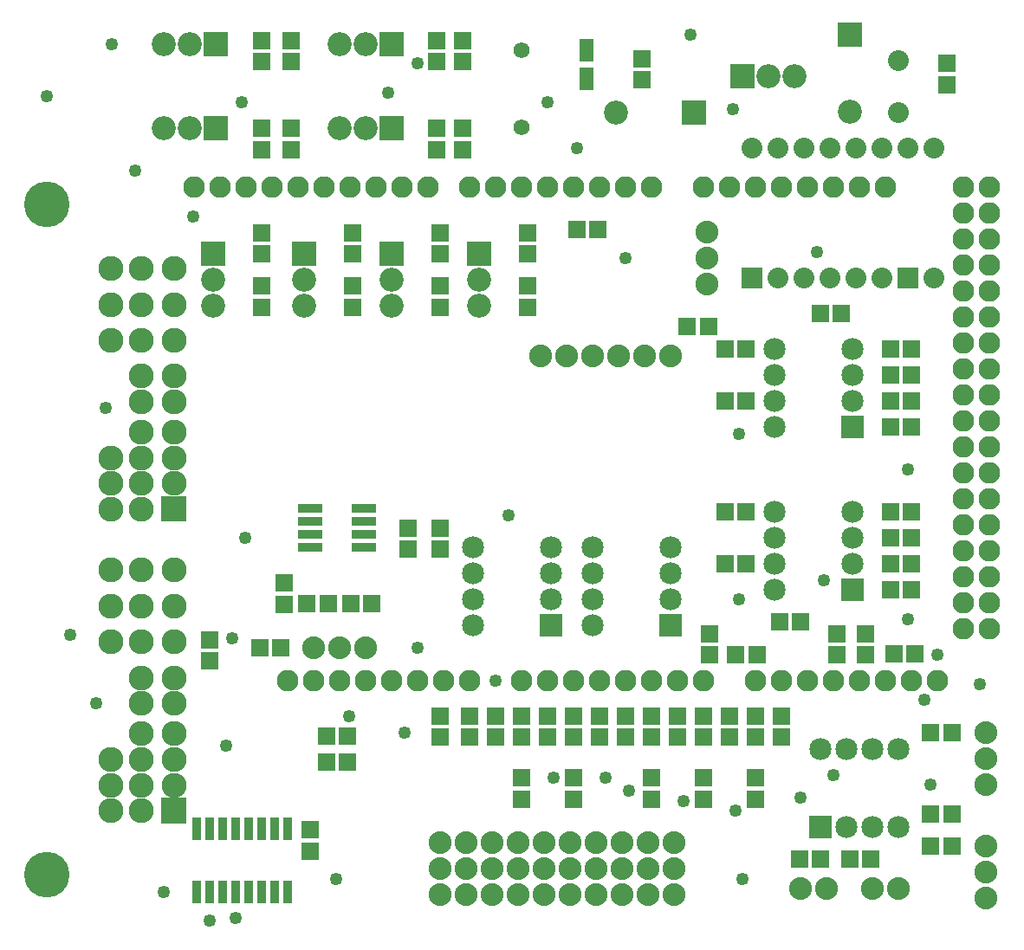
<source format=gts>
G04 MADE WITH FRITZING*
G04 WWW.FRITZING.ORG*
G04 DOUBLE SIDED*
G04 HOLES PLATED*
G04 CONTOUR ON CENTER OF CONTOUR VECTOR*
%ASAXBY*%
%FSLAX23Y23*%
%MOIN*%
%OFA0B0*%
%SFA1.0B1.0*%
%ADD10C,0.088000*%
%ADD11C,0.049370*%
%ADD12C,0.085000*%
%ADD13C,0.092000*%
%ADD14C,0.080000*%
%ADD15C,0.096603*%
%ADD16C,0.175354*%
%ADD17C,0.082917*%
%ADD18C,0.061496*%
%ADD19R,0.085000X0.085000*%
%ADD20R,0.092000X0.092000*%
%ADD21R,0.069055X0.065118*%
%ADD22R,0.036000X0.090000*%
%ADD23R,0.057244X0.088740*%
%ADD24R,0.097000X0.034000*%
%ADD25R,0.065118X0.069055*%
%ADD26R,0.080000X0.080000*%
%ADD27R,0.001000X0.001000*%
%LNMASK1*%
G90*
G70*
G54D10*
X2542Y2374D03*
X2442Y2374D03*
X2342Y2374D03*
X2242Y2374D03*
X2142Y2374D03*
X2042Y2374D03*
G54D11*
X1917Y1761D03*
X2805Y1436D03*
G54D12*
X2080Y1336D03*
X1780Y1336D03*
X2080Y1436D03*
X1780Y1436D03*
X2080Y1536D03*
X1780Y1536D03*
X2080Y1636D03*
X1780Y1636D03*
X2542Y1336D03*
X2242Y1336D03*
X2542Y1436D03*
X2242Y1436D03*
X2542Y1536D03*
X2242Y1536D03*
X2542Y1636D03*
X2242Y1636D03*
G54D13*
X2817Y3449D03*
X2917Y3449D03*
X3017Y3449D03*
G54D11*
X2780Y3324D03*
X2617Y3611D03*
G54D12*
X3242Y1474D03*
X2942Y1474D03*
X3242Y1574D03*
X2942Y1574D03*
X3242Y1674D03*
X2942Y1674D03*
X3242Y1774D03*
X2942Y1774D03*
X3242Y2099D03*
X2942Y2099D03*
X3242Y2199D03*
X2942Y2199D03*
X3242Y2299D03*
X2942Y2299D03*
X3242Y2399D03*
X2942Y2399D03*
G54D14*
X3417Y3511D03*
X3417Y3311D03*
G54D10*
X2455Y299D03*
X2355Y299D03*
X2255Y299D03*
X2155Y299D03*
X2055Y299D03*
X1955Y299D03*
X1855Y299D03*
X1755Y299D03*
X2455Y399D03*
X2355Y399D03*
X2255Y399D03*
X2155Y399D03*
X2055Y399D03*
X1955Y399D03*
X1855Y399D03*
X1755Y399D03*
X2455Y499D03*
X2355Y499D03*
X2255Y499D03*
X2155Y499D03*
X2055Y499D03*
X1955Y499D03*
X1855Y499D03*
X1755Y499D03*
X1655Y499D03*
X1655Y399D03*
X1655Y299D03*
X2555Y499D03*
X2555Y399D03*
X2555Y299D03*
G54D11*
X855Y1286D03*
X767Y199D03*
X867Y211D03*
X2817Y361D03*
X367Y2174D03*
X230Y1299D03*
X830Y874D03*
X3730Y1111D03*
X3167Y761D03*
X3455Y1361D03*
X592Y311D03*
X1255Y361D03*
X3455Y1936D03*
X1867Y1124D03*
X2067Y3349D03*
X2180Y3174D03*
X1567Y1249D03*
X1305Y986D03*
X1517Y924D03*
X2092Y749D03*
X2792Y624D03*
X330Y1036D03*
X3105Y2774D03*
X905Y1674D03*
X480Y3086D03*
X2380Y699D03*
X2592Y661D03*
G54D15*
X630Y2572D03*
X630Y2434D03*
X630Y2297D03*
X630Y2198D03*
X630Y2080D03*
X630Y1982D03*
X630Y1883D03*
X630Y1785D03*
X630Y1411D03*
X630Y1273D03*
X630Y1135D03*
X630Y1037D03*
X630Y919D03*
X630Y820D03*
X630Y722D03*
X630Y623D03*
X504Y2710D03*
X504Y2572D03*
X504Y2434D03*
X504Y2297D03*
X504Y2198D03*
X504Y2080D03*
X504Y1982D03*
X504Y1883D03*
X504Y1785D03*
X504Y1549D03*
X504Y1411D03*
X504Y1273D03*
X504Y1135D03*
X504Y1037D03*
X504Y919D03*
X504Y820D03*
X504Y722D03*
X504Y623D03*
X386Y2710D03*
X386Y2572D03*
X386Y2434D03*
X386Y1982D03*
X386Y1883D03*
X386Y1785D03*
X386Y1549D03*
X386Y1411D03*
X386Y1273D03*
X386Y820D03*
X386Y722D03*
X386Y623D03*
X630Y1549D03*
X630Y2710D03*
G54D16*
X142Y2958D03*
X142Y376D03*
G54D11*
X3042Y674D03*
X3567Y1224D03*
X2805Y2074D03*
X1567Y3499D03*
X3542Y724D03*
X3517Y1049D03*
X2367Y2749D03*
X1455Y3386D03*
X392Y3574D03*
X2292Y749D03*
X892Y3349D03*
X705Y2911D03*
G54D14*
X3555Y3174D03*
X3555Y2674D03*
X3455Y3174D03*
X3455Y2674D03*
X3355Y3174D03*
X3355Y2674D03*
X3255Y3174D03*
X3255Y2674D03*
X3155Y3174D03*
X3155Y2674D03*
X3055Y3174D03*
X3055Y2674D03*
X2955Y3174D03*
X2955Y2674D03*
X2855Y3174D03*
X2855Y2674D03*
G54D11*
X142Y3374D03*
G54D10*
X1367Y1249D03*
X1267Y1249D03*
X1167Y1249D03*
G54D11*
X3130Y1511D03*
G54D12*
X3117Y561D03*
X3117Y861D03*
X3217Y561D03*
X3217Y861D03*
X3317Y561D03*
X3317Y861D03*
X3417Y561D03*
X3417Y861D03*
G54D17*
X2967Y1124D03*
X1367Y1124D03*
X3067Y1124D03*
X3167Y1124D03*
X3267Y1124D03*
X3367Y1124D03*
X3667Y2524D03*
X3467Y1124D03*
X3567Y1124D03*
X1407Y3024D03*
X1967Y1124D03*
X2067Y1124D03*
X2167Y1124D03*
X2267Y1124D03*
X3667Y1724D03*
X2367Y1124D03*
X2467Y1124D03*
X2567Y1124D03*
X2667Y1124D03*
X2167Y3024D03*
X3667Y2924D03*
X3667Y2124D03*
X3667Y1324D03*
X1007Y3024D03*
X1767Y1124D03*
X1767Y3024D03*
X3667Y2724D03*
X3667Y2324D03*
X3667Y1924D03*
X3367Y3024D03*
X3667Y1524D03*
X3267Y3024D03*
X3167Y3024D03*
X3067Y3024D03*
X2967Y3024D03*
X2867Y3024D03*
X2767Y3024D03*
X2667Y3024D03*
X807Y3024D03*
X1207Y3024D03*
X1607Y3024D03*
X1167Y1124D03*
X1567Y1124D03*
X2367Y3024D03*
X1967Y3024D03*
X3667Y3024D03*
X3667Y2824D03*
X3667Y2624D03*
X3667Y2424D03*
X3667Y2224D03*
X3667Y2024D03*
X3667Y1824D03*
X3667Y1624D03*
X3667Y1424D03*
X707Y3024D03*
X907Y3024D03*
X1107Y3024D03*
X1307Y3024D03*
X1507Y3024D03*
X1067Y1124D03*
X1267Y1124D03*
X1467Y1124D03*
X1667Y1124D03*
X2467Y3024D03*
X2267Y3024D03*
X2067Y3024D03*
X1867Y3024D03*
X3767Y3024D03*
X3767Y2924D03*
X3767Y2824D03*
X3767Y2724D03*
X3767Y2624D03*
X3767Y2524D03*
X3767Y2424D03*
X3767Y2324D03*
X3767Y2224D03*
X3767Y2124D03*
X3767Y2024D03*
X3767Y1924D03*
X3767Y1824D03*
X3767Y1724D03*
X3767Y1624D03*
X3767Y1524D03*
X3767Y1424D03*
X3767Y1324D03*
X2867Y1124D03*
G54D13*
X1130Y2767D03*
X1130Y2667D03*
X1130Y2567D03*
X1805Y2767D03*
X1805Y2667D03*
X1805Y2567D03*
X1467Y2767D03*
X1467Y2667D03*
X1467Y2567D03*
X780Y2767D03*
X780Y2667D03*
X780Y2567D03*
G54D10*
X3755Y286D03*
X3755Y386D03*
X3755Y486D03*
X3755Y924D03*
X3755Y824D03*
X3755Y724D03*
X2680Y2849D03*
X2680Y2749D03*
X2680Y2649D03*
X3042Y324D03*
X3142Y324D03*
X3417Y324D03*
X3317Y324D03*
G54D13*
X3230Y3611D03*
X3230Y3313D03*
X2630Y3311D03*
X2332Y3311D03*
G54D18*
X1967Y3253D03*
X1967Y3549D03*
X1967Y3253D03*
X1967Y3549D03*
G54D13*
X792Y3249D03*
X692Y3249D03*
X592Y3249D03*
X1467Y3574D03*
X1367Y3574D03*
X1267Y3574D03*
X792Y3574D03*
X692Y3574D03*
X592Y3574D03*
X1467Y3249D03*
X1367Y3249D03*
X1267Y3249D03*
G54D19*
X2080Y1336D03*
X2542Y1336D03*
G54D20*
X2817Y3449D03*
G54D19*
X3242Y1474D03*
X3242Y2099D03*
G54D21*
X767Y1279D03*
X767Y1199D03*
G54D22*
X717Y311D03*
X767Y311D03*
X817Y311D03*
X867Y311D03*
X917Y311D03*
X967Y311D03*
X1017Y311D03*
X1067Y311D03*
X1067Y553D03*
X1017Y553D03*
X967Y553D03*
X917Y553D03*
X867Y553D03*
X817Y553D03*
X767Y553D03*
X717Y553D03*
G54D23*
X2217Y3439D03*
X2217Y3549D03*
G54D24*
X1155Y1786D03*
X1155Y1736D03*
X1155Y1686D03*
X1155Y1636D03*
X1361Y1636D03*
X1361Y1686D03*
X1361Y1736D03*
X1361Y1786D03*
G54D21*
X1155Y468D03*
X1155Y549D03*
G54D25*
X2605Y2486D03*
X2686Y2486D03*
G54D21*
X2430Y3517D03*
X2430Y3436D03*
X3605Y3499D03*
X3605Y3418D03*
X1055Y1499D03*
X1055Y1418D03*
X1530Y1711D03*
X1530Y1631D03*
X1742Y3168D03*
X1742Y3249D03*
X1642Y3506D03*
X1642Y3586D03*
X1742Y3506D03*
X1742Y3586D03*
X1642Y3168D03*
X1642Y3249D03*
X1080Y3506D03*
X1080Y3586D03*
X967Y3506D03*
X967Y3586D03*
X1080Y3168D03*
X1080Y3249D03*
X967Y3168D03*
X967Y3249D03*
G54D25*
X3467Y2399D03*
X3387Y2399D03*
X3387Y2099D03*
X3467Y2099D03*
X3467Y2199D03*
X3387Y2199D03*
X3467Y2299D03*
X3387Y2299D03*
X3198Y2536D03*
X3117Y2536D03*
X3387Y1474D03*
X3467Y1474D03*
X3467Y1574D03*
X3387Y1574D03*
X3467Y1674D03*
X3387Y1674D03*
X3467Y1774D03*
X3387Y1774D03*
G54D21*
X967Y2562D03*
X967Y2643D03*
X1317Y2562D03*
X1317Y2643D03*
X1655Y2562D03*
X1655Y2643D03*
X1992Y2562D03*
X1992Y2643D03*
X967Y2848D03*
X967Y2767D03*
X1317Y2848D03*
X1317Y2767D03*
X1655Y2848D03*
X1655Y2767D03*
X1992Y2848D03*
X1992Y2767D03*
G54D25*
X2749Y2199D03*
X2830Y2199D03*
X2830Y2399D03*
X2749Y2399D03*
X1298Y811D03*
X1217Y811D03*
G54D21*
X2667Y668D03*
X2667Y749D03*
X2467Y668D03*
X2467Y749D03*
X2167Y668D03*
X2167Y749D03*
X1655Y1711D03*
X1655Y1631D03*
G54D25*
X2962Y1349D03*
X3042Y1349D03*
G54D21*
X3180Y1304D03*
X3180Y1224D03*
G54D25*
X2180Y2861D03*
X2261Y2861D03*
G54D21*
X1967Y906D03*
X1967Y986D03*
G54D25*
X1142Y1420D03*
X1223Y1420D03*
X1042Y1249D03*
X962Y1249D03*
G54D21*
X1867Y906D03*
X1867Y986D03*
G54D25*
X1298Y911D03*
X1217Y911D03*
G54D21*
X1655Y906D03*
X1655Y986D03*
G54D25*
X3480Y1226D03*
X3399Y1226D03*
G54D21*
X2692Y1224D03*
X2692Y1304D03*
G54D25*
X3623Y924D03*
X3542Y924D03*
X3231Y436D03*
X3312Y436D03*
X3117Y436D03*
X3037Y436D03*
X3623Y486D03*
X3542Y486D03*
X3542Y611D03*
X3623Y611D03*
G54D26*
X2855Y2674D03*
X3455Y2674D03*
G54D19*
X3117Y561D03*
G54D20*
X1130Y2767D03*
X1805Y2767D03*
X1467Y2767D03*
X780Y2767D03*
X3230Y3612D03*
X2631Y3311D03*
X792Y3249D03*
X1467Y3574D03*
X792Y3574D03*
X1467Y3249D03*
G54D21*
X2767Y906D03*
X2767Y986D03*
X2867Y668D03*
X2867Y749D03*
X2967Y906D03*
X2967Y986D03*
X1967Y668D03*
X1967Y749D03*
X1767Y906D03*
X1767Y986D03*
X2067Y906D03*
X2067Y986D03*
G54D25*
X1392Y1420D03*
X1312Y1420D03*
G54D21*
X2867Y906D03*
X2867Y986D03*
X2667Y906D03*
X2667Y986D03*
X2467Y906D03*
X2467Y986D03*
X2167Y906D03*
X2167Y986D03*
X2567Y906D03*
X2567Y986D03*
X2367Y906D03*
X2367Y986D03*
X2267Y906D03*
X2267Y986D03*
G54D25*
X2749Y1574D03*
X2830Y1574D03*
X2830Y1774D03*
X2749Y1774D03*
X2873Y1224D03*
X2792Y1224D03*
G54D21*
X3292Y1224D03*
X3292Y1304D03*
G54D27*
X582Y1833D02*
X677Y1833D01*
X582Y1832D02*
X677Y1832D01*
X582Y1831D02*
X677Y1831D01*
X582Y1830D02*
X677Y1830D01*
X582Y1829D02*
X677Y1829D01*
X582Y1828D02*
X677Y1828D01*
X582Y1827D02*
X677Y1827D01*
X582Y1826D02*
X677Y1826D01*
X582Y1825D02*
X677Y1825D01*
X582Y1824D02*
X677Y1824D01*
X582Y1823D02*
X677Y1823D01*
X582Y1822D02*
X677Y1822D01*
X582Y1821D02*
X677Y1821D01*
X582Y1820D02*
X677Y1820D01*
X582Y1819D02*
X677Y1819D01*
X582Y1818D02*
X677Y1818D01*
X582Y1817D02*
X677Y1817D01*
X582Y1816D02*
X677Y1816D01*
X582Y1815D02*
X677Y1815D01*
X582Y1814D02*
X677Y1814D01*
X582Y1813D02*
X677Y1813D01*
X582Y1812D02*
X677Y1812D01*
X582Y1811D02*
X677Y1811D01*
X582Y1810D02*
X677Y1810D01*
X582Y1809D02*
X677Y1809D01*
X582Y1808D02*
X677Y1808D01*
X582Y1807D02*
X677Y1807D01*
X582Y1806D02*
X677Y1806D01*
X582Y1805D02*
X677Y1805D01*
X582Y1804D02*
X677Y1804D01*
X582Y1803D02*
X624Y1803D01*
X634Y1803D02*
X677Y1803D01*
X582Y1802D02*
X621Y1802D01*
X637Y1802D02*
X677Y1802D01*
X582Y1801D02*
X620Y1801D01*
X639Y1801D02*
X677Y1801D01*
X582Y1800D02*
X618Y1800D01*
X641Y1800D02*
X677Y1800D01*
X582Y1799D02*
X617Y1799D01*
X642Y1799D02*
X677Y1799D01*
X582Y1798D02*
X616Y1798D01*
X643Y1798D02*
X677Y1798D01*
X582Y1797D02*
X615Y1797D01*
X644Y1797D02*
X677Y1797D01*
X582Y1796D02*
X614Y1796D01*
X645Y1796D02*
X677Y1796D01*
X582Y1795D02*
X613Y1795D01*
X645Y1795D02*
X677Y1795D01*
X582Y1794D02*
X613Y1794D01*
X646Y1794D02*
X677Y1794D01*
X582Y1793D02*
X612Y1793D01*
X646Y1793D02*
X677Y1793D01*
X582Y1792D02*
X612Y1792D01*
X647Y1792D02*
X677Y1792D01*
X582Y1791D02*
X611Y1791D01*
X647Y1791D02*
X677Y1791D01*
X582Y1790D02*
X611Y1790D01*
X647Y1790D02*
X677Y1790D01*
X582Y1789D02*
X611Y1789D01*
X648Y1789D02*
X677Y1789D01*
X582Y1788D02*
X611Y1788D01*
X648Y1788D02*
X677Y1788D01*
X582Y1787D02*
X611Y1787D01*
X648Y1787D02*
X677Y1787D01*
X582Y1786D02*
X611Y1786D01*
X648Y1786D02*
X677Y1786D01*
X582Y1785D02*
X611Y1785D01*
X648Y1785D02*
X677Y1785D01*
X582Y1784D02*
X611Y1784D01*
X648Y1784D02*
X677Y1784D01*
X582Y1783D02*
X611Y1783D01*
X648Y1783D02*
X677Y1783D01*
X582Y1782D02*
X611Y1782D01*
X648Y1782D02*
X677Y1782D01*
X582Y1781D02*
X611Y1781D01*
X648Y1781D02*
X677Y1781D01*
X582Y1780D02*
X611Y1780D01*
X647Y1780D02*
X677Y1780D01*
X582Y1779D02*
X612Y1779D01*
X647Y1779D02*
X677Y1779D01*
X582Y1778D02*
X612Y1778D01*
X647Y1778D02*
X677Y1778D01*
X582Y1777D02*
X613Y1777D01*
X646Y1777D02*
X677Y1777D01*
X582Y1776D02*
X613Y1776D01*
X646Y1776D02*
X677Y1776D01*
X582Y1775D02*
X614Y1775D01*
X645Y1775D02*
X677Y1775D01*
X582Y1774D02*
X615Y1774D01*
X644Y1774D02*
X677Y1774D01*
X582Y1773D02*
X615Y1773D01*
X643Y1773D02*
X677Y1773D01*
X582Y1772D02*
X616Y1772D01*
X642Y1772D02*
X677Y1772D01*
X582Y1771D02*
X618Y1771D01*
X641Y1771D02*
X677Y1771D01*
X582Y1770D02*
X619Y1770D01*
X640Y1770D02*
X677Y1770D01*
X582Y1769D02*
X621Y1769D01*
X638Y1769D02*
X677Y1769D01*
X582Y1768D02*
X623Y1768D01*
X636Y1768D02*
X677Y1768D01*
X582Y1767D02*
X677Y1767D01*
X582Y1766D02*
X677Y1766D01*
X582Y1765D02*
X677Y1765D01*
X582Y1764D02*
X677Y1764D01*
X582Y1763D02*
X677Y1763D01*
X582Y1762D02*
X677Y1762D01*
X582Y1761D02*
X677Y1761D01*
X582Y1760D02*
X677Y1760D01*
X582Y1759D02*
X677Y1759D01*
X582Y1758D02*
X677Y1758D01*
X582Y1757D02*
X677Y1757D01*
X582Y1756D02*
X677Y1756D01*
X582Y1755D02*
X677Y1755D01*
X582Y1754D02*
X677Y1754D01*
X582Y1753D02*
X677Y1753D01*
X582Y1752D02*
X677Y1752D01*
X582Y1751D02*
X677Y1751D01*
X582Y1750D02*
X677Y1750D01*
X582Y1749D02*
X677Y1749D01*
X582Y1748D02*
X677Y1748D01*
X582Y1747D02*
X677Y1747D01*
X582Y1746D02*
X677Y1746D01*
X582Y1745D02*
X677Y1745D01*
X582Y1744D02*
X677Y1744D01*
X582Y1743D02*
X677Y1743D01*
X582Y1742D02*
X677Y1742D01*
X582Y1741D02*
X677Y1741D01*
X582Y1740D02*
X677Y1740D01*
X582Y1739D02*
X677Y1739D01*
X582Y1738D02*
X677Y1738D01*
X582Y1737D02*
X677Y1737D01*
X582Y672D02*
X677Y672D01*
X582Y671D02*
X677Y671D01*
X582Y670D02*
X677Y670D01*
X582Y669D02*
X677Y669D01*
X582Y668D02*
X677Y668D01*
X582Y667D02*
X677Y667D01*
X582Y666D02*
X677Y666D01*
X582Y665D02*
X677Y665D01*
X582Y664D02*
X677Y664D01*
X582Y663D02*
X677Y663D01*
X582Y662D02*
X677Y662D01*
X582Y661D02*
X677Y661D01*
X582Y660D02*
X677Y660D01*
X582Y659D02*
X677Y659D01*
X582Y658D02*
X677Y658D01*
X582Y657D02*
X677Y657D01*
X582Y656D02*
X677Y656D01*
X582Y655D02*
X677Y655D01*
X582Y654D02*
X677Y654D01*
X582Y653D02*
X677Y653D01*
X582Y652D02*
X677Y652D01*
X582Y651D02*
X677Y651D01*
X582Y650D02*
X677Y650D01*
X582Y649D02*
X677Y649D01*
X582Y648D02*
X677Y648D01*
X582Y647D02*
X677Y647D01*
X582Y646D02*
X677Y646D01*
X582Y645D02*
X677Y645D01*
X582Y644D02*
X677Y644D01*
X582Y643D02*
X677Y643D01*
X582Y642D02*
X626Y642D01*
X632Y642D02*
X677Y642D01*
X582Y641D02*
X622Y641D01*
X637Y641D02*
X677Y641D01*
X582Y640D02*
X620Y640D01*
X639Y640D02*
X677Y640D01*
X582Y639D02*
X618Y639D01*
X640Y639D02*
X677Y639D01*
X582Y638D02*
X617Y638D01*
X641Y638D02*
X677Y638D01*
X582Y637D02*
X616Y637D01*
X643Y637D02*
X677Y637D01*
X582Y636D02*
X615Y636D01*
X643Y636D02*
X677Y636D01*
X582Y635D02*
X614Y635D01*
X644Y635D02*
X677Y635D01*
X582Y634D02*
X614Y634D01*
X645Y634D02*
X677Y634D01*
X582Y633D02*
X613Y633D01*
X646Y633D02*
X677Y633D01*
X582Y632D02*
X612Y632D01*
X646Y632D02*
X677Y632D01*
X582Y631D02*
X612Y631D01*
X647Y631D02*
X677Y631D01*
X582Y630D02*
X612Y630D01*
X647Y630D02*
X677Y630D01*
X582Y629D02*
X611Y629D01*
X647Y629D02*
X677Y629D01*
X582Y628D02*
X611Y628D01*
X648Y628D02*
X677Y628D01*
X582Y627D02*
X611Y627D01*
X648Y627D02*
X677Y627D01*
X582Y626D02*
X611Y626D01*
X648Y626D02*
X677Y626D01*
X582Y625D02*
X611Y625D01*
X648Y625D02*
X677Y625D01*
X582Y624D02*
X611Y624D01*
X648Y624D02*
X677Y624D01*
X582Y623D02*
X611Y623D01*
X648Y623D02*
X677Y623D01*
X582Y622D02*
X611Y622D01*
X648Y622D02*
X677Y622D01*
X582Y621D02*
X611Y621D01*
X648Y621D02*
X677Y621D01*
X582Y620D02*
X611Y620D01*
X648Y620D02*
X677Y620D01*
X582Y619D02*
X611Y619D01*
X647Y619D02*
X677Y619D01*
X582Y618D02*
X612Y618D01*
X647Y618D02*
X677Y618D01*
X582Y617D02*
X612Y617D01*
X647Y617D02*
X677Y617D01*
X582Y616D02*
X612Y616D01*
X646Y616D02*
X677Y616D01*
X582Y615D02*
X613Y615D01*
X646Y615D02*
X677Y615D01*
X582Y614D02*
X614Y614D01*
X645Y614D02*
X677Y614D01*
X582Y613D02*
X614Y613D01*
X644Y613D02*
X677Y613D01*
X582Y612D02*
X615Y612D01*
X644Y612D02*
X677Y612D01*
X582Y611D02*
X616Y611D01*
X643Y611D02*
X677Y611D01*
X582Y610D02*
X617Y610D01*
X641Y610D02*
X677Y610D01*
X582Y609D02*
X618Y609D01*
X640Y609D02*
X677Y609D01*
X582Y608D02*
X620Y608D01*
X639Y608D02*
X677Y608D01*
X582Y607D02*
X622Y607D01*
X637Y607D02*
X677Y607D01*
X582Y606D02*
X626Y606D01*
X633Y606D02*
X677Y606D01*
X582Y605D02*
X677Y605D01*
X582Y604D02*
X677Y604D01*
X582Y603D02*
X677Y603D01*
X582Y602D02*
X677Y602D01*
X582Y601D02*
X677Y601D01*
X582Y600D02*
X677Y600D01*
X582Y599D02*
X677Y599D01*
X582Y598D02*
X677Y598D01*
X582Y597D02*
X677Y597D01*
X582Y596D02*
X677Y596D01*
X582Y595D02*
X677Y595D01*
X582Y594D02*
X677Y594D01*
X582Y593D02*
X677Y593D01*
X582Y592D02*
X677Y592D01*
X582Y591D02*
X677Y591D01*
X582Y590D02*
X677Y590D01*
X582Y589D02*
X677Y589D01*
X582Y588D02*
X677Y588D01*
X582Y587D02*
X677Y587D01*
X582Y586D02*
X677Y586D01*
X582Y585D02*
X677Y585D01*
X582Y584D02*
X677Y584D01*
X582Y583D02*
X677Y583D01*
X582Y582D02*
X677Y582D01*
X582Y581D02*
X677Y581D01*
X582Y580D02*
X677Y580D01*
X582Y579D02*
X677Y579D01*
X582Y578D02*
X677Y578D01*
X582Y577D02*
X677Y577D01*
X582Y576D02*
X677Y576D01*
D02*
G04 End of Mask1*
M02*
</source>
